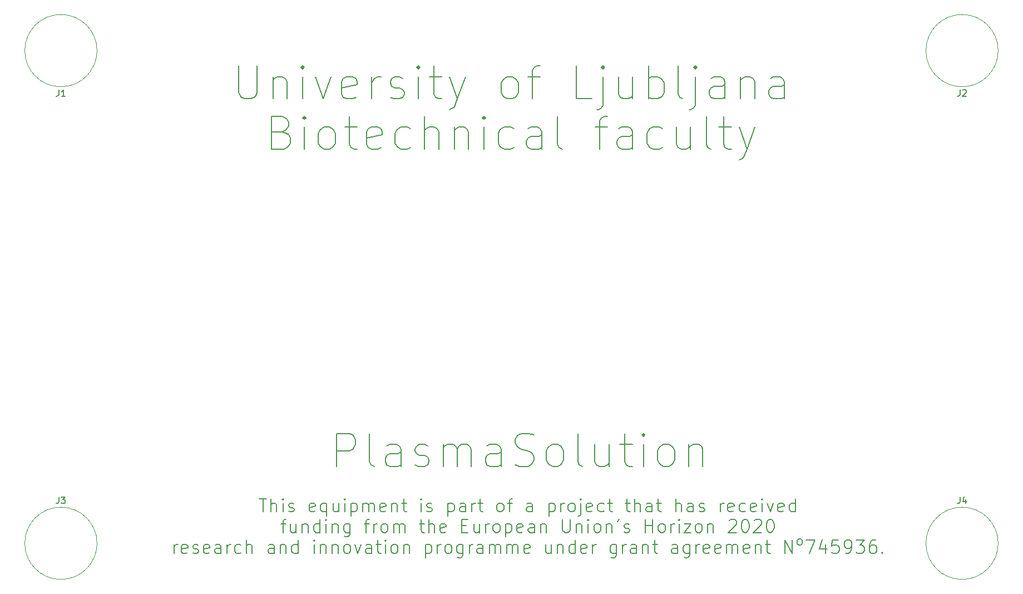
<source format=gbr>
G04 #@! TF.GenerationSoftware,KiCad,Pcbnew,(5.1.2)-1*
G04 #@! TF.CreationDate,2019-05-07T06:50:58+02:00*
G04 #@! TF.ProjectId,SBD electrode by JLCPCB,53424420-656c-4656-9374-726f64652062,rev?*
G04 #@! TF.SameCoordinates,Original*
G04 #@! TF.FileFunction,Legend,Top*
G04 #@! TF.FilePolarity,Positive*
%FSLAX46Y46*%
G04 Gerber Fmt 4.6, Leading zero omitted, Abs format (unit mm)*
G04 Created by KiCad (PCBNEW (5.1.2)-1) date 2019-05-07 06:50:58*
%MOMM*%
%LPD*%
G04 APERTURE LIST*
%ADD10C,0.150000*%
%ADD11C,0.120000*%
G04 APERTURE END LIST*
D10*
X99142857Y-111481904D02*
X99142857Y-106481904D01*
X101047619Y-106481904D01*
X101523809Y-106720000D01*
X101761904Y-106958095D01*
X102000000Y-107434285D01*
X102000000Y-108148571D01*
X101761904Y-108624761D01*
X101523809Y-108862857D01*
X101047619Y-109100952D01*
X99142857Y-109100952D01*
X104857142Y-111481904D02*
X104380952Y-111243809D01*
X104142857Y-110767619D01*
X104142857Y-106481904D01*
X108904761Y-111481904D02*
X108904761Y-108862857D01*
X108666666Y-108386666D01*
X108190476Y-108148571D01*
X107238095Y-108148571D01*
X106761904Y-108386666D01*
X108904761Y-111243809D02*
X108428571Y-111481904D01*
X107238095Y-111481904D01*
X106761904Y-111243809D01*
X106523809Y-110767619D01*
X106523809Y-110291428D01*
X106761904Y-109815238D01*
X107238095Y-109577142D01*
X108428571Y-109577142D01*
X108904761Y-109339047D01*
X111047619Y-111243809D02*
X111523809Y-111481904D01*
X112476190Y-111481904D01*
X112952380Y-111243809D01*
X113190476Y-110767619D01*
X113190476Y-110529523D01*
X112952380Y-110053333D01*
X112476190Y-109815238D01*
X111761904Y-109815238D01*
X111285714Y-109577142D01*
X111047619Y-109100952D01*
X111047619Y-108862857D01*
X111285714Y-108386666D01*
X111761904Y-108148571D01*
X112476190Y-108148571D01*
X112952380Y-108386666D01*
X115333333Y-111481904D02*
X115333333Y-108148571D01*
X115333333Y-108624761D02*
X115571428Y-108386666D01*
X116047619Y-108148571D01*
X116761904Y-108148571D01*
X117238095Y-108386666D01*
X117476190Y-108862857D01*
X117476190Y-111481904D01*
X117476190Y-108862857D02*
X117714285Y-108386666D01*
X118190476Y-108148571D01*
X118904761Y-108148571D01*
X119380952Y-108386666D01*
X119619047Y-108862857D01*
X119619047Y-111481904D01*
X124142857Y-111481904D02*
X124142857Y-108862857D01*
X123904761Y-108386666D01*
X123428571Y-108148571D01*
X122476190Y-108148571D01*
X122000000Y-108386666D01*
X124142857Y-111243809D02*
X123666666Y-111481904D01*
X122476190Y-111481904D01*
X122000000Y-111243809D01*
X121761904Y-110767619D01*
X121761904Y-110291428D01*
X122000000Y-109815238D01*
X122476190Y-109577142D01*
X123666666Y-109577142D01*
X124142857Y-109339047D01*
X126285714Y-111243809D02*
X127000000Y-111481904D01*
X128190476Y-111481904D01*
X128666666Y-111243809D01*
X128904761Y-111005714D01*
X129142857Y-110529523D01*
X129142857Y-110053333D01*
X128904761Y-109577142D01*
X128666666Y-109339047D01*
X128190476Y-109100952D01*
X127238095Y-108862857D01*
X126761904Y-108624761D01*
X126523809Y-108386666D01*
X126285714Y-107910476D01*
X126285714Y-107434285D01*
X126523809Y-106958095D01*
X126761904Y-106720000D01*
X127238095Y-106481904D01*
X128428571Y-106481904D01*
X129142857Y-106720000D01*
X132000000Y-111481904D02*
X131523809Y-111243809D01*
X131285714Y-111005714D01*
X131047619Y-110529523D01*
X131047619Y-109100952D01*
X131285714Y-108624761D01*
X131523809Y-108386666D01*
X132000000Y-108148571D01*
X132714285Y-108148571D01*
X133190476Y-108386666D01*
X133428571Y-108624761D01*
X133666666Y-109100952D01*
X133666666Y-110529523D01*
X133428571Y-111005714D01*
X133190476Y-111243809D01*
X132714285Y-111481904D01*
X132000000Y-111481904D01*
X136523809Y-111481904D02*
X136047619Y-111243809D01*
X135809523Y-110767619D01*
X135809523Y-106481904D01*
X140571428Y-108148571D02*
X140571428Y-111481904D01*
X138428571Y-108148571D02*
X138428571Y-110767619D01*
X138666666Y-111243809D01*
X139142857Y-111481904D01*
X139857142Y-111481904D01*
X140333333Y-111243809D01*
X140571428Y-111005714D01*
X142238095Y-108148571D02*
X144142857Y-108148571D01*
X142952380Y-106481904D02*
X142952380Y-110767619D01*
X143190476Y-111243809D01*
X143666666Y-111481904D01*
X144142857Y-111481904D01*
X145809523Y-111481904D02*
X145809523Y-108148571D01*
X145809523Y-106481904D02*
X145571428Y-106720000D01*
X145809523Y-106958095D01*
X146047619Y-106720000D01*
X145809523Y-106481904D01*
X145809523Y-106958095D01*
X148904761Y-111481904D02*
X148428571Y-111243809D01*
X148190476Y-111005714D01*
X147952380Y-110529523D01*
X147952380Y-109100952D01*
X148190476Y-108624761D01*
X148428571Y-108386666D01*
X148904761Y-108148571D01*
X149619047Y-108148571D01*
X150095238Y-108386666D01*
X150333333Y-108624761D01*
X150571428Y-109100952D01*
X150571428Y-110529523D01*
X150333333Y-111005714D01*
X150095238Y-111243809D01*
X149619047Y-111481904D01*
X148904761Y-111481904D01*
X152714285Y-108148571D02*
X152714285Y-111481904D01*
X152714285Y-108624761D02*
X152952380Y-108386666D01*
X153428571Y-108148571D01*
X154142857Y-108148571D01*
X154619047Y-108386666D01*
X154857142Y-108862857D01*
X154857142Y-111481904D01*
X87317619Y-116404761D02*
X88460476Y-116404761D01*
X87889047Y-118404761D02*
X87889047Y-116404761D01*
X89127142Y-118404761D02*
X89127142Y-116404761D01*
X89984285Y-118404761D02*
X89984285Y-117357142D01*
X89889047Y-117166666D01*
X89698571Y-117071428D01*
X89412857Y-117071428D01*
X89222380Y-117166666D01*
X89127142Y-117261904D01*
X90936666Y-118404761D02*
X90936666Y-117071428D01*
X90936666Y-116404761D02*
X90841428Y-116500000D01*
X90936666Y-116595238D01*
X91031904Y-116500000D01*
X90936666Y-116404761D01*
X90936666Y-116595238D01*
X91793809Y-118309523D02*
X91984285Y-118404761D01*
X92365238Y-118404761D01*
X92555714Y-118309523D01*
X92650952Y-118119047D01*
X92650952Y-118023809D01*
X92555714Y-117833333D01*
X92365238Y-117738095D01*
X92079523Y-117738095D01*
X91889047Y-117642857D01*
X91793809Y-117452380D01*
X91793809Y-117357142D01*
X91889047Y-117166666D01*
X92079523Y-117071428D01*
X92365238Y-117071428D01*
X92555714Y-117166666D01*
X95793809Y-118309523D02*
X95603333Y-118404761D01*
X95222380Y-118404761D01*
X95031904Y-118309523D01*
X94936666Y-118119047D01*
X94936666Y-117357142D01*
X95031904Y-117166666D01*
X95222380Y-117071428D01*
X95603333Y-117071428D01*
X95793809Y-117166666D01*
X95889047Y-117357142D01*
X95889047Y-117547619D01*
X94936666Y-117738095D01*
X97603333Y-117071428D02*
X97603333Y-119071428D01*
X97603333Y-118309523D02*
X97412857Y-118404761D01*
X97031904Y-118404761D01*
X96841428Y-118309523D01*
X96746190Y-118214285D01*
X96650952Y-118023809D01*
X96650952Y-117452380D01*
X96746190Y-117261904D01*
X96841428Y-117166666D01*
X97031904Y-117071428D01*
X97412857Y-117071428D01*
X97603333Y-117166666D01*
X99412857Y-117071428D02*
X99412857Y-118404761D01*
X98555714Y-117071428D02*
X98555714Y-118119047D01*
X98650952Y-118309523D01*
X98841428Y-118404761D01*
X99127142Y-118404761D01*
X99317619Y-118309523D01*
X99412857Y-118214285D01*
X100365238Y-118404761D02*
X100365238Y-117071428D01*
X100365238Y-116404761D02*
X100270000Y-116500000D01*
X100365238Y-116595238D01*
X100460476Y-116500000D01*
X100365238Y-116404761D01*
X100365238Y-116595238D01*
X101317619Y-117071428D02*
X101317619Y-119071428D01*
X101317619Y-117166666D02*
X101508095Y-117071428D01*
X101889047Y-117071428D01*
X102079523Y-117166666D01*
X102174761Y-117261904D01*
X102270000Y-117452380D01*
X102270000Y-118023809D01*
X102174761Y-118214285D01*
X102079523Y-118309523D01*
X101889047Y-118404761D01*
X101508095Y-118404761D01*
X101317619Y-118309523D01*
X103127142Y-118404761D02*
X103127142Y-117071428D01*
X103127142Y-117261904D02*
X103222380Y-117166666D01*
X103412857Y-117071428D01*
X103698571Y-117071428D01*
X103889047Y-117166666D01*
X103984285Y-117357142D01*
X103984285Y-118404761D01*
X103984285Y-117357142D02*
X104079523Y-117166666D01*
X104270000Y-117071428D01*
X104555714Y-117071428D01*
X104746190Y-117166666D01*
X104841428Y-117357142D01*
X104841428Y-118404761D01*
X106555714Y-118309523D02*
X106365238Y-118404761D01*
X105984285Y-118404761D01*
X105793809Y-118309523D01*
X105698571Y-118119047D01*
X105698571Y-117357142D01*
X105793809Y-117166666D01*
X105984285Y-117071428D01*
X106365238Y-117071428D01*
X106555714Y-117166666D01*
X106650952Y-117357142D01*
X106650952Y-117547619D01*
X105698571Y-117738095D01*
X107508095Y-117071428D02*
X107508095Y-118404761D01*
X107508095Y-117261904D02*
X107603333Y-117166666D01*
X107793809Y-117071428D01*
X108079523Y-117071428D01*
X108270000Y-117166666D01*
X108365238Y-117357142D01*
X108365238Y-118404761D01*
X109031904Y-117071428D02*
X109793809Y-117071428D01*
X109317619Y-116404761D02*
X109317619Y-118119047D01*
X109412857Y-118309523D01*
X109603333Y-118404761D01*
X109793809Y-118404761D01*
X111984285Y-118404761D02*
X111984285Y-117071428D01*
X111984285Y-116404761D02*
X111889047Y-116500000D01*
X111984285Y-116595238D01*
X112079523Y-116500000D01*
X111984285Y-116404761D01*
X111984285Y-116595238D01*
X112841428Y-118309523D02*
X113031904Y-118404761D01*
X113412857Y-118404761D01*
X113603333Y-118309523D01*
X113698571Y-118119047D01*
X113698571Y-118023809D01*
X113603333Y-117833333D01*
X113412857Y-117738095D01*
X113127142Y-117738095D01*
X112936666Y-117642857D01*
X112841428Y-117452380D01*
X112841428Y-117357142D01*
X112936666Y-117166666D01*
X113127142Y-117071428D01*
X113412857Y-117071428D01*
X113603333Y-117166666D01*
X116079523Y-117071428D02*
X116079523Y-119071428D01*
X116079523Y-117166666D02*
X116269999Y-117071428D01*
X116650952Y-117071428D01*
X116841428Y-117166666D01*
X116936666Y-117261904D01*
X117031904Y-117452380D01*
X117031904Y-118023809D01*
X116936666Y-118214285D01*
X116841428Y-118309523D01*
X116650952Y-118404761D01*
X116269999Y-118404761D01*
X116079523Y-118309523D01*
X118746190Y-118404761D02*
X118746190Y-117357142D01*
X118650952Y-117166666D01*
X118460476Y-117071428D01*
X118079523Y-117071428D01*
X117889047Y-117166666D01*
X118746190Y-118309523D02*
X118555714Y-118404761D01*
X118079523Y-118404761D01*
X117889047Y-118309523D01*
X117793809Y-118119047D01*
X117793809Y-117928571D01*
X117889047Y-117738095D01*
X118079523Y-117642857D01*
X118555714Y-117642857D01*
X118746190Y-117547619D01*
X119698571Y-118404761D02*
X119698571Y-117071428D01*
X119698571Y-117452380D02*
X119793809Y-117261904D01*
X119889047Y-117166666D01*
X120079523Y-117071428D01*
X120269999Y-117071428D01*
X120650952Y-117071428D02*
X121412857Y-117071428D01*
X120936666Y-116404761D02*
X120936666Y-118119047D01*
X121031904Y-118309523D01*
X121222380Y-118404761D01*
X121412857Y-118404761D01*
X123889047Y-118404761D02*
X123698571Y-118309523D01*
X123603333Y-118214285D01*
X123508095Y-118023809D01*
X123508095Y-117452380D01*
X123603333Y-117261904D01*
X123698571Y-117166666D01*
X123889047Y-117071428D01*
X124174761Y-117071428D01*
X124365238Y-117166666D01*
X124460476Y-117261904D01*
X124555714Y-117452380D01*
X124555714Y-118023809D01*
X124460476Y-118214285D01*
X124365238Y-118309523D01*
X124174761Y-118404761D01*
X123889047Y-118404761D01*
X125127142Y-117071428D02*
X125889047Y-117071428D01*
X125412857Y-118404761D02*
X125412857Y-116690476D01*
X125508095Y-116500000D01*
X125698571Y-116404761D01*
X125889047Y-116404761D01*
X128936666Y-118404761D02*
X128936666Y-117357142D01*
X128841428Y-117166666D01*
X128650952Y-117071428D01*
X128269999Y-117071428D01*
X128079523Y-117166666D01*
X128936666Y-118309523D02*
X128746190Y-118404761D01*
X128269999Y-118404761D01*
X128079523Y-118309523D01*
X127984285Y-118119047D01*
X127984285Y-117928571D01*
X128079523Y-117738095D01*
X128269999Y-117642857D01*
X128746190Y-117642857D01*
X128936666Y-117547619D01*
X131412857Y-117071428D02*
X131412857Y-119071428D01*
X131412857Y-117166666D02*
X131603333Y-117071428D01*
X131984285Y-117071428D01*
X132174761Y-117166666D01*
X132269999Y-117261904D01*
X132365238Y-117452380D01*
X132365238Y-118023809D01*
X132269999Y-118214285D01*
X132174761Y-118309523D01*
X131984285Y-118404761D01*
X131603333Y-118404761D01*
X131412857Y-118309523D01*
X133222380Y-118404761D02*
X133222380Y-117071428D01*
X133222380Y-117452380D02*
X133317619Y-117261904D01*
X133412857Y-117166666D01*
X133603333Y-117071428D01*
X133793809Y-117071428D01*
X134746190Y-118404761D02*
X134555714Y-118309523D01*
X134460476Y-118214285D01*
X134365238Y-118023809D01*
X134365238Y-117452380D01*
X134460476Y-117261904D01*
X134555714Y-117166666D01*
X134746190Y-117071428D01*
X135031904Y-117071428D01*
X135222380Y-117166666D01*
X135317619Y-117261904D01*
X135412857Y-117452380D01*
X135412857Y-118023809D01*
X135317619Y-118214285D01*
X135222380Y-118309523D01*
X135031904Y-118404761D01*
X134746190Y-118404761D01*
X136269999Y-117071428D02*
X136269999Y-118785714D01*
X136174761Y-118976190D01*
X135984285Y-119071428D01*
X135889047Y-119071428D01*
X136269999Y-116404761D02*
X136174761Y-116500000D01*
X136269999Y-116595238D01*
X136365238Y-116500000D01*
X136269999Y-116404761D01*
X136269999Y-116595238D01*
X137984285Y-118309523D02*
X137793809Y-118404761D01*
X137412857Y-118404761D01*
X137222380Y-118309523D01*
X137127142Y-118119047D01*
X137127142Y-117357142D01*
X137222380Y-117166666D01*
X137412857Y-117071428D01*
X137793809Y-117071428D01*
X137984285Y-117166666D01*
X138079523Y-117357142D01*
X138079523Y-117547619D01*
X137127142Y-117738095D01*
X139793809Y-118309523D02*
X139603333Y-118404761D01*
X139222380Y-118404761D01*
X139031904Y-118309523D01*
X138936666Y-118214285D01*
X138841428Y-118023809D01*
X138841428Y-117452380D01*
X138936666Y-117261904D01*
X139031904Y-117166666D01*
X139222380Y-117071428D01*
X139603333Y-117071428D01*
X139793809Y-117166666D01*
X140365238Y-117071428D02*
X141127142Y-117071428D01*
X140650952Y-116404761D02*
X140650952Y-118119047D01*
X140746190Y-118309523D01*
X140936666Y-118404761D01*
X141127142Y-118404761D01*
X143031904Y-117071428D02*
X143793809Y-117071428D01*
X143317619Y-116404761D02*
X143317619Y-118119047D01*
X143412857Y-118309523D01*
X143603333Y-118404761D01*
X143793809Y-118404761D01*
X144460476Y-118404761D02*
X144460476Y-116404761D01*
X145317619Y-118404761D02*
X145317619Y-117357142D01*
X145222380Y-117166666D01*
X145031904Y-117071428D01*
X144746190Y-117071428D01*
X144555714Y-117166666D01*
X144460476Y-117261904D01*
X147127142Y-118404761D02*
X147127142Y-117357142D01*
X147031904Y-117166666D01*
X146841428Y-117071428D01*
X146460476Y-117071428D01*
X146269999Y-117166666D01*
X147127142Y-118309523D02*
X146936666Y-118404761D01*
X146460476Y-118404761D01*
X146269999Y-118309523D01*
X146174761Y-118119047D01*
X146174761Y-117928571D01*
X146269999Y-117738095D01*
X146460476Y-117642857D01*
X146936666Y-117642857D01*
X147127142Y-117547619D01*
X147793809Y-117071428D02*
X148555714Y-117071428D01*
X148079523Y-116404761D02*
X148079523Y-118119047D01*
X148174761Y-118309523D01*
X148365238Y-118404761D01*
X148555714Y-118404761D01*
X150746190Y-118404761D02*
X150746190Y-116404761D01*
X151603333Y-118404761D02*
X151603333Y-117357142D01*
X151508095Y-117166666D01*
X151317619Y-117071428D01*
X151031904Y-117071428D01*
X150841428Y-117166666D01*
X150746190Y-117261904D01*
X153412857Y-118404761D02*
X153412857Y-117357142D01*
X153317619Y-117166666D01*
X153127142Y-117071428D01*
X152746190Y-117071428D01*
X152555714Y-117166666D01*
X153412857Y-118309523D02*
X153222380Y-118404761D01*
X152746190Y-118404761D01*
X152555714Y-118309523D01*
X152460476Y-118119047D01*
X152460476Y-117928571D01*
X152555714Y-117738095D01*
X152746190Y-117642857D01*
X153222380Y-117642857D01*
X153412857Y-117547619D01*
X154269999Y-118309523D02*
X154460476Y-118404761D01*
X154841428Y-118404761D01*
X155031904Y-118309523D01*
X155127142Y-118119047D01*
X155127142Y-118023809D01*
X155031904Y-117833333D01*
X154841428Y-117738095D01*
X154555714Y-117738095D01*
X154365238Y-117642857D01*
X154269999Y-117452380D01*
X154269999Y-117357142D01*
X154365238Y-117166666D01*
X154555714Y-117071428D01*
X154841428Y-117071428D01*
X155031904Y-117166666D01*
X157508095Y-118404761D02*
X157508095Y-117071428D01*
X157508095Y-117452380D02*
X157603333Y-117261904D01*
X157698571Y-117166666D01*
X157889047Y-117071428D01*
X158079523Y-117071428D01*
X159508095Y-118309523D02*
X159317619Y-118404761D01*
X158936666Y-118404761D01*
X158746190Y-118309523D01*
X158650952Y-118119047D01*
X158650952Y-117357142D01*
X158746190Y-117166666D01*
X158936666Y-117071428D01*
X159317619Y-117071428D01*
X159508095Y-117166666D01*
X159603333Y-117357142D01*
X159603333Y-117547619D01*
X158650952Y-117738095D01*
X161317619Y-118309523D02*
X161127142Y-118404761D01*
X160746190Y-118404761D01*
X160555714Y-118309523D01*
X160460476Y-118214285D01*
X160365238Y-118023809D01*
X160365238Y-117452380D01*
X160460476Y-117261904D01*
X160555714Y-117166666D01*
X160746190Y-117071428D01*
X161127142Y-117071428D01*
X161317619Y-117166666D01*
X162936666Y-118309523D02*
X162746190Y-118404761D01*
X162365238Y-118404761D01*
X162174761Y-118309523D01*
X162079523Y-118119047D01*
X162079523Y-117357142D01*
X162174761Y-117166666D01*
X162365238Y-117071428D01*
X162746190Y-117071428D01*
X162936666Y-117166666D01*
X163031904Y-117357142D01*
X163031904Y-117547619D01*
X162079523Y-117738095D01*
X163889047Y-118404761D02*
X163889047Y-117071428D01*
X163889047Y-116404761D02*
X163793809Y-116500000D01*
X163889047Y-116595238D01*
X163984285Y-116500000D01*
X163889047Y-116404761D01*
X163889047Y-116595238D01*
X164650952Y-117071428D02*
X165127142Y-118404761D01*
X165603333Y-117071428D01*
X167127142Y-118309523D02*
X166936666Y-118404761D01*
X166555714Y-118404761D01*
X166365238Y-118309523D01*
X166269999Y-118119047D01*
X166269999Y-117357142D01*
X166365238Y-117166666D01*
X166555714Y-117071428D01*
X166936666Y-117071428D01*
X167127142Y-117166666D01*
X167222380Y-117357142D01*
X167222380Y-117547619D01*
X166269999Y-117738095D01*
X168936666Y-118404761D02*
X168936666Y-116404761D01*
X168936666Y-118309523D02*
X168746190Y-118404761D01*
X168365238Y-118404761D01*
X168174761Y-118309523D01*
X168079523Y-118214285D01*
X167984285Y-118023809D01*
X167984285Y-117452380D01*
X168079523Y-117261904D01*
X168174761Y-117166666D01*
X168365238Y-117071428D01*
X168746190Y-117071428D01*
X168936666Y-117166666D01*
X90650952Y-120221428D02*
X91412857Y-120221428D01*
X90936666Y-121554761D02*
X90936666Y-119840476D01*
X91031904Y-119650000D01*
X91222380Y-119554761D01*
X91412857Y-119554761D01*
X92936666Y-120221428D02*
X92936666Y-121554761D01*
X92079523Y-120221428D02*
X92079523Y-121269047D01*
X92174761Y-121459523D01*
X92365238Y-121554761D01*
X92650952Y-121554761D01*
X92841428Y-121459523D01*
X92936666Y-121364285D01*
X93889047Y-120221428D02*
X93889047Y-121554761D01*
X93889047Y-120411904D02*
X93984285Y-120316666D01*
X94174761Y-120221428D01*
X94460476Y-120221428D01*
X94650952Y-120316666D01*
X94746190Y-120507142D01*
X94746190Y-121554761D01*
X96555714Y-121554761D02*
X96555714Y-119554761D01*
X96555714Y-121459523D02*
X96365238Y-121554761D01*
X95984285Y-121554761D01*
X95793809Y-121459523D01*
X95698571Y-121364285D01*
X95603333Y-121173809D01*
X95603333Y-120602380D01*
X95698571Y-120411904D01*
X95793809Y-120316666D01*
X95984285Y-120221428D01*
X96365238Y-120221428D01*
X96555714Y-120316666D01*
X97508095Y-121554761D02*
X97508095Y-120221428D01*
X97508095Y-119554761D02*
X97412857Y-119650000D01*
X97508095Y-119745238D01*
X97603333Y-119650000D01*
X97508095Y-119554761D01*
X97508095Y-119745238D01*
X98460476Y-120221428D02*
X98460476Y-121554761D01*
X98460476Y-120411904D02*
X98555714Y-120316666D01*
X98746190Y-120221428D01*
X99031904Y-120221428D01*
X99222380Y-120316666D01*
X99317619Y-120507142D01*
X99317619Y-121554761D01*
X101127142Y-120221428D02*
X101127142Y-121840476D01*
X101031904Y-122030952D01*
X100936666Y-122126190D01*
X100746190Y-122221428D01*
X100460476Y-122221428D01*
X100270000Y-122126190D01*
X101127142Y-121459523D02*
X100936666Y-121554761D01*
X100555714Y-121554761D01*
X100365238Y-121459523D01*
X100270000Y-121364285D01*
X100174761Y-121173809D01*
X100174761Y-120602380D01*
X100270000Y-120411904D01*
X100365238Y-120316666D01*
X100555714Y-120221428D01*
X100936666Y-120221428D01*
X101127142Y-120316666D01*
X103317619Y-120221428D02*
X104079523Y-120221428D01*
X103603333Y-121554761D02*
X103603333Y-119840476D01*
X103698571Y-119650000D01*
X103889047Y-119554761D01*
X104079523Y-119554761D01*
X104746190Y-121554761D02*
X104746190Y-120221428D01*
X104746190Y-120602380D02*
X104841428Y-120411904D01*
X104936666Y-120316666D01*
X105127142Y-120221428D01*
X105317619Y-120221428D01*
X106270000Y-121554761D02*
X106079523Y-121459523D01*
X105984285Y-121364285D01*
X105889047Y-121173809D01*
X105889047Y-120602380D01*
X105984285Y-120411904D01*
X106079523Y-120316666D01*
X106270000Y-120221428D01*
X106555714Y-120221428D01*
X106746190Y-120316666D01*
X106841428Y-120411904D01*
X106936666Y-120602380D01*
X106936666Y-121173809D01*
X106841428Y-121364285D01*
X106746190Y-121459523D01*
X106555714Y-121554761D01*
X106270000Y-121554761D01*
X107793809Y-121554761D02*
X107793809Y-120221428D01*
X107793809Y-120411904D02*
X107889047Y-120316666D01*
X108079523Y-120221428D01*
X108365238Y-120221428D01*
X108555714Y-120316666D01*
X108650952Y-120507142D01*
X108650952Y-121554761D01*
X108650952Y-120507142D02*
X108746190Y-120316666D01*
X108936666Y-120221428D01*
X109222380Y-120221428D01*
X109412857Y-120316666D01*
X109508095Y-120507142D01*
X109508095Y-121554761D01*
X111698571Y-120221428D02*
X112460476Y-120221428D01*
X111984285Y-119554761D02*
X111984285Y-121269047D01*
X112079523Y-121459523D01*
X112270000Y-121554761D01*
X112460476Y-121554761D01*
X113127142Y-121554761D02*
X113127142Y-119554761D01*
X113984285Y-121554761D02*
X113984285Y-120507142D01*
X113889047Y-120316666D01*
X113698571Y-120221428D01*
X113412857Y-120221428D01*
X113222380Y-120316666D01*
X113127142Y-120411904D01*
X115698571Y-121459523D02*
X115508095Y-121554761D01*
X115127142Y-121554761D01*
X114936666Y-121459523D01*
X114841428Y-121269047D01*
X114841428Y-120507142D01*
X114936666Y-120316666D01*
X115127142Y-120221428D01*
X115508095Y-120221428D01*
X115698571Y-120316666D01*
X115793809Y-120507142D01*
X115793809Y-120697619D01*
X114841428Y-120888095D01*
X118174761Y-120507142D02*
X118841428Y-120507142D01*
X119127142Y-121554761D02*
X118174761Y-121554761D01*
X118174761Y-119554761D01*
X119127142Y-119554761D01*
X120841428Y-120221428D02*
X120841428Y-121554761D01*
X119984285Y-120221428D02*
X119984285Y-121269047D01*
X120079523Y-121459523D01*
X120270000Y-121554761D01*
X120555714Y-121554761D01*
X120746190Y-121459523D01*
X120841428Y-121364285D01*
X121793809Y-121554761D02*
X121793809Y-120221428D01*
X121793809Y-120602380D02*
X121889047Y-120411904D01*
X121984285Y-120316666D01*
X122174761Y-120221428D01*
X122365238Y-120221428D01*
X123317619Y-121554761D02*
X123127142Y-121459523D01*
X123031904Y-121364285D01*
X122936666Y-121173809D01*
X122936666Y-120602380D01*
X123031904Y-120411904D01*
X123127142Y-120316666D01*
X123317619Y-120221428D01*
X123603333Y-120221428D01*
X123793809Y-120316666D01*
X123889047Y-120411904D01*
X123984285Y-120602380D01*
X123984285Y-121173809D01*
X123889047Y-121364285D01*
X123793809Y-121459523D01*
X123603333Y-121554761D01*
X123317619Y-121554761D01*
X124841428Y-120221428D02*
X124841428Y-122221428D01*
X124841428Y-120316666D02*
X125031904Y-120221428D01*
X125412857Y-120221428D01*
X125603333Y-120316666D01*
X125698571Y-120411904D01*
X125793809Y-120602380D01*
X125793809Y-121173809D01*
X125698571Y-121364285D01*
X125603333Y-121459523D01*
X125412857Y-121554761D01*
X125031904Y-121554761D01*
X124841428Y-121459523D01*
X127412857Y-121459523D02*
X127222380Y-121554761D01*
X126841428Y-121554761D01*
X126650952Y-121459523D01*
X126555714Y-121269047D01*
X126555714Y-120507142D01*
X126650952Y-120316666D01*
X126841428Y-120221428D01*
X127222380Y-120221428D01*
X127412857Y-120316666D01*
X127508095Y-120507142D01*
X127508095Y-120697619D01*
X126555714Y-120888095D01*
X129222380Y-121554761D02*
X129222380Y-120507142D01*
X129127142Y-120316666D01*
X128936666Y-120221428D01*
X128555714Y-120221428D01*
X128365238Y-120316666D01*
X129222380Y-121459523D02*
X129031904Y-121554761D01*
X128555714Y-121554761D01*
X128365238Y-121459523D01*
X128270000Y-121269047D01*
X128270000Y-121078571D01*
X128365238Y-120888095D01*
X128555714Y-120792857D01*
X129031904Y-120792857D01*
X129222380Y-120697619D01*
X130174761Y-120221428D02*
X130174761Y-121554761D01*
X130174761Y-120411904D02*
X130270000Y-120316666D01*
X130460476Y-120221428D01*
X130746190Y-120221428D01*
X130936666Y-120316666D01*
X131031904Y-120507142D01*
X131031904Y-121554761D01*
X133508095Y-119554761D02*
X133508095Y-121173809D01*
X133603333Y-121364285D01*
X133698571Y-121459523D01*
X133889047Y-121554761D01*
X134270000Y-121554761D01*
X134460476Y-121459523D01*
X134555714Y-121364285D01*
X134650952Y-121173809D01*
X134650952Y-119554761D01*
X135603333Y-120221428D02*
X135603333Y-121554761D01*
X135603333Y-120411904D02*
X135698571Y-120316666D01*
X135889047Y-120221428D01*
X136174761Y-120221428D01*
X136365238Y-120316666D01*
X136460476Y-120507142D01*
X136460476Y-121554761D01*
X137412857Y-121554761D02*
X137412857Y-120221428D01*
X137412857Y-119554761D02*
X137317619Y-119650000D01*
X137412857Y-119745238D01*
X137508095Y-119650000D01*
X137412857Y-119554761D01*
X137412857Y-119745238D01*
X138650952Y-121554761D02*
X138460476Y-121459523D01*
X138365238Y-121364285D01*
X138270000Y-121173809D01*
X138270000Y-120602380D01*
X138365238Y-120411904D01*
X138460476Y-120316666D01*
X138650952Y-120221428D01*
X138936666Y-120221428D01*
X139127142Y-120316666D01*
X139222380Y-120411904D01*
X139317619Y-120602380D01*
X139317619Y-121173809D01*
X139222380Y-121364285D01*
X139127142Y-121459523D01*
X138936666Y-121554761D01*
X138650952Y-121554761D01*
X140174761Y-120221428D02*
X140174761Y-121554761D01*
X140174761Y-120411904D02*
X140270000Y-120316666D01*
X140460476Y-120221428D01*
X140746190Y-120221428D01*
X140936666Y-120316666D01*
X141031904Y-120507142D01*
X141031904Y-121554761D01*
X142079523Y-119554761D02*
X141889047Y-119935714D01*
X142841428Y-121459523D02*
X143031904Y-121554761D01*
X143412857Y-121554761D01*
X143603333Y-121459523D01*
X143698571Y-121269047D01*
X143698571Y-121173809D01*
X143603333Y-120983333D01*
X143412857Y-120888095D01*
X143127142Y-120888095D01*
X142936666Y-120792857D01*
X142841428Y-120602380D01*
X142841428Y-120507142D01*
X142936666Y-120316666D01*
X143127142Y-120221428D01*
X143412857Y-120221428D01*
X143603333Y-120316666D01*
X146079523Y-121554761D02*
X146079523Y-119554761D01*
X146079523Y-120507142D02*
X147222380Y-120507142D01*
X147222380Y-121554761D02*
X147222380Y-119554761D01*
X148460476Y-121554761D02*
X148270000Y-121459523D01*
X148174761Y-121364285D01*
X148079523Y-121173809D01*
X148079523Y-120602380D01*
X148174761Y-120411904D01*
X148270000Y-120316666D01*
X148460476Y-120221428D01*
X148746190Y-120221428D01*
X148936666Y-120316666D01*
X149031904Y-120411904D01*
X149127142Y-120602380D01*
X149127142Y-121173809D01*
X149031904Y-121364285D01*
X148936666Y-121459523D01*
X148746190Y-121554761D01*
X148460476Y-121554761D01*
X149984285Y-121554761D02*
X149984285Y-120221428D01*
X149984285Y-120602380D02*
X150079523Y-120411904D01*
X150174761Y-120316666D01*
X150365238Y-120221428D01*
X150555714Y-120221428D01*
X151222380Y-121554761D02*
X151222380Y-120221428D01*
X151222380Y-119554761D02*
X151127142Y-119650000D01*
X151222380Y-119745238D01*
X151317619Y-119650000D01*
X151222380Y-119554761D01*
X151222380Y-119745238D01*
X151984285Y-120221428D02*
X153031904Y-120221428D01*
X151984285Y-121554761D01*
X153031904Y-121554761D01*
X154079523Y-121554761D02*
X153889047Y-121459523D01*
X153793809Y-121364285D01*
X153698571Y-121173809D01*
X153698571Y-120602380D01*
X153793809Y-120411904D01*
X153889047Y-120316666D01*
X154079523Y-120221428D01*
X154365238Y-120221428D01*
X154555714Y-120316666D01*
X154650952Y-120411904D01*
X154746190Y-120602380D01*
X154746190Y-121173809D01*
X154650952Y-121364285D01*
X154555714Y-121459523D01*
X154365238Y-121554761D01*
X154079523Y-121554761D01*
X155603333Y-120221428D02*
X155603333Y-121554761D01*
X155603333Y-120411904D02*
X155698571Y-120316666D01*
X155889047Y-120221428D01*
X156174761Y-120221428D01*
X156365238Y-120316666D01*
X156460476Y-120507142D01*
X156460476Y-121554761D01*
X158841428Y-119745238D02*
X158936666Y-119650000D01*
X159127142Y-119554761D01*
X159603333Y-119554761D01*
X159793809Y-119650000D01*
X159889047Y-119745238D01*
X159984285Y-119935714D01*
X159984285Y-120126190D01*
X159889047Y-120411904D01*
X158746190Y-121554761D01*
X159984285Y-121554761D01*
X161222380Y-119554761D02*
X161412857Y-119554761D01*
X161603333Y-119650000D01*
X161698571Y-119745238D01*
X161793809Y-119935714D01*
X161889047Y-120316666D01*
X161889047Y-120792857D01*
X161793809Y-121173809D01*
X161698571Y-121364285D01*
X161603333Y-121459523D01*
X161412857Y-121554761D01*
X161222380Y-121554761D01*
X161031904Y-121459523D01*
X160936666Y-121364285D01*
X160841428Y-121173809D01*
X160746190Y-120792857D01*
X160746190Y-120316666D01*
X160841428Y-119935714D01*
X160936666Y-119745238D01*
X161031904Y-119650000D01*
X161222380Y-119554761D01*
X162650952Y-119745238D02*
X162746190Y-119650000D01*
X162936666Y-119554761D01*
X163412857Y-119554761D01*
X163603333Y-119650000D01*
X163698571Y-119745238D01*
X163793809Y-119935714D01*
X163793809Y-120126190D01*
X163698571Y-120411904D01*
X162555714Y-121554761D01*
X163793809Y-121554761D01*
X165031904Y-119554761D02*
X165222380Y-119554761D01*
X165412857Y-119650000D01*
X165508095Y-119745238D01*
X165603333Y-119935714D01*
X165698571Y-120316666D01*
X165698571Y-120792857D01*
X165603333Y-121173809D01*
X165508095Y-121364285D01*
X165412857Y-121459523D01*
X165222380Y-121554761D01*
X165031904Y-121554761D01*
X164841428Y-121459523D01*
X164746190Y-121364285D01*
X164650952Y-121173809D01*
X164555714Y-120792857D01*
X164555714Y-120316666D01*
X164650952Y-119935714D01*
X164746190Y-119745238D01*
X164841428Y-119650000D01*
X165031904Y-119554761D01*
X74365238Y-124704761D02*
X74365238Y-123371428D01*
X74365238Y-123752380D02*
X74460476Y-123561904D01*
X74555714Y-123466666D01*
X74746190Y-123371428D01*
X74936666Y-123371428D01*
X76365238Y-124609523D02*
X76174761Y-124704761D01*
X75793809Y-124704761D01*
X75603333Y-124609523D01*
X75508095Y-124419047D01*
X75508095Y-123657142D01*
X75603333Y-123466666D01*
X75793809Y-123371428D01*
X76174761Y-123371428D01*
X76365238Y-123466666D01*
X76460476Y-123657142D01*
X76460476Y-123847619D01*
X75508095Y-124038095D01*
X77222380Y-124609523D02*
X77412857Y-124704761D01*
X77793809Y-124704761D01*
X77984285Y-124609523D01*
X78079523Y-124419047D01*
X78079523Y-124323809D01*
X77984285Y-124133333D01*
X77793809Y-124038095D01*
X77508095Y-124038095D01*
X77317619Y-123942857D01*
X77222380Y-123752380D01*
X77222380Y-123657142D01*
X77317619Y-123466666D01*
X77508095Y-123371428D01*
X77793809Y-123371428D01*
X77984285Y-123466666D01*
X79698571Y-124609523D02*
X79508095Y-124704761D01*
X79127142Y-124704761D01*
X78936666Y-124609523D01*
X78841428Y-124419047D01*
X78841428Y-123657142D01*
X78936666Y-123466666D01*
X79127142Y-123371428D01*
X79508095Y-123371428D01*
X79698571Y-123466666D01*
X79793809Y-123657142D01*
X79793809Y-123847619D01*
X78841428Y-124038095D01*
X81508095Y-124704761D02*
X81508095Y-123657142D01*
X81412857Y-123466666D01*
X81222380Y-123371428D01*
X80841428Y-123371428D01*
X80650952Y-123466666D01*
X81508095Y-124609523D02*
X81317619Y-124704761D01*
X80841428Y-124704761D01*
X80650952Y-124609523D01*
X80555714Y-124419047D01*
X80555714Y-124228571D01*
X80650952Y-124038095D01*
X80841428Y-123942857D01*
X81317619Y-123942857D01*
X81508095Y-123847619D01*
X82460476Y-124704761D02*
X82460476Y-123371428D01*
X82460476Y-123752380D02*
X82555714Y-123561904D01*
X82650952Y-123466666D01*
X82841428Y-123371428D01*
X83031904Y-123371428D01*
X84555714Y-124609523D02*
X84365238Y-124704761D01*
X83984285Y-124704761D01*
X83793809Y-124609523D01*
X83698571Y-124514285D01*
X83603333Y-124323809D01*
X83603333Y-123752380D01*
X83698571Y-123561904D01*
X83793809Y-123466666D01*
X83984285Y-123371428D01*
X84365238Y-123371428D01*
X84555714Y-123466666D01*
X85412857Y-124704761D02*
X85412857Y-122704761D01*
X86270000Y-124704761D02*
X86270000Y-123657142D01*
X86174761Y-123466666D01*
X85984285Y-123371428D01*
X85698571Y-123371428D01*
X85508095Y-123466666D01*
X85412857Y-123561904D01*
X89603333Y-124704761D02*
X89603333Y-123657142D01*
X89508095Y-123466666D01*
X89317619Y-123371428D01*
X88936666Y-123371428D01*
X88746190Y-123466666D01*
X89603333Y-124609523D02*
X89412857Y-124704761D01*
X88936666Y-124704761D01*
X88746190Y-124609523D01*
X88650952Y-124419047D01*
X88650952Y-124228571D01*
X88746190Y-124038095D01*
X88936666Y-123942857D01*
X89412857Y-123942857D01*
X89603333Y-123847619D01*
X90555714Y-123371428D02*
X90555714Y-124704761D01*
X90555714Y-123561904D02*
X90650952Y-123466666D01*
X90841428Y-123371428D01*
X91127142Y-123371428D01*
X91317619Y-123466666D01*
X91412857Y-123657142D01*
X91412857Y-124704761D01*
X93222380Y-124704761D02*
X93222380Y-122704761D01*
X93222380Y-124609523D02*
X93031904Y-124704761D01*
X92650952Y-124704761D01*
X92460476Y-124609523D01*
X92365238Y-124514285D01*
X92270000Y-124323809D01*
X92270000Y-123752380D01*
X92365238Y-123561904D01*
X92460476Y-123466666D01*
X92650952Y-123371428D01*
X93031904Y-123371428D01*
X93222380Y-123466666D01*
X95698571Y-124704761D02*
X95698571Y-123371428D01*
X95698571Y-122704761D02*
X95603333Y-122800000D01*
X95698571Y-122895238D01*
X95793809Y-122800000D01*
X95698571Y-122704761D01*
X95698571Y-122895238D01*
X96650952Y-123371428D02*
X96650952Y-124704761D01*
X96650952Y-123561904D02*
X96746190Y-123466666D01*
X96936666Y-123371428D01*
X97222380Y-123371428D01*
X97412857Y-123466666D01*
X97508095Y-123657142D01*
X97508095Y-124704761D01*
X98460476Y-123371428D02*
X98460476Y-124704761D01*
X98460476Y-123561904D02*
X98555714Y-123466666D01*
X98746190Y-123371428D01*
X99031904Y-123371428D01*
X99222380Y-123466666D01*
X99317619Y-123657142D01*
X99317619Y-124704761D01*
X100555714Y-124704761D02*
X100365238Y-124609523D01*
X100270000Y-124514285D01*
X100174761Y-124323809D01*
X100174761Y-123752380D01*
X100270000Y-123561904D01*
X100365238Y-123466666D01*
X100555714Y-123371428D01*
X100841428Y-123371428D01*
X101031904Y-123466666D01*
X101127142Y-123561904D01*
X101222380Y-123752380D01*
X101222380Y-124323809D01*
X101127142Y-124514285D01*
X101031904Y-124609523D01*
X100841428Y-124704761D01*
X100555714Y-124704761D01*
X101889047Y-123371428D02*
X102365238Y-124704761D01*
X102841428Y-123371428D01*
X104460476Y-124704761D02*
X104460476Y-123657142D01*
X104365238Y-123466666D01*
X104174761Y-123371428D01*
X103793809Y-123371428D01*
X103603333Y-123466666D01*
X104460476Y-124609523D02*
X104270000Y-124704761D01*
X103793809Y-124704761D01*
X103603333Y-124609523D01*
X103508095Y-124419047D01*
X103508095Y-124228571D01*
X103603333Y-124038095D01*
X103793809Y-123942857D01*
X104270000Y-123942857D01*
X104460476Y-123847619D01*
X105127142Y-123371428D02*
X105889047Y-123371428D01*
X105412857Y-122704761D02*
X105412857Y-124419047D01*
X105508095Y-124609523D01*
X105698571Y-124704761D01*
X105889047Y-124704761D01*
X106555714Y-124704761D02*
X106555714Y-123371428D01*
X106555714Y-122704761D02*
X106460476Y-122800000D01*
X106555714Y-122895238D01*
X106650952Y-122800000D01*
X106555714Y-122704761D01*
X106555714Y-122895238D01*
X107793809Y-124704761D02*
X107603333Y-124609523D01*
X107508095Y-124514285D01*
X107412857Y-124323809D01*
X107412857Y-123752380D01*
X107508095Y-123561904D01*
X107603333Y-123466666D01*
X107793809Y-123371428D01*
X108079523Y-123371428D01*
X108270000Y-123466666D01*
X108365238Y-123561904D01*
X108460476Y-123752380D01*
X108460476Y-124323809D01*
X108365238Y-124514285D01*
X108270000Y-124609523D01*
X108079523Y-124704761D01*
X107793809Y-124704761D01*
X109317619Y-123371428D02*
X109317619Y-124704761D01*
X109317619Y-123561904D02*
X109412857Y-123466666D01*
X109603333Y-123371428D01*
X109889047Y-123371428D01*
X110079523Y-123466666D01*
X110174761Y-123657142D01*
X110174761Y-124704761D01*
X112650952Y-123371428D02*
X112650952Y-125371428D01*
X112650952Y-123466666D02*
X112841428Y-123371428D01*
X113222380Y-123371428D01*
X113412857Y-123466666D01*
X113508095Y-123561904D01*
X113603333Y-123752380D01*
X113603333Y-124323809D01*
X113508095Y-124514285D01*
X113412857Y-124609523D01*
X113222380Y-124704761D01*
X112841428Y-124704761D01*
X112650952Y-124609523D01*
X114460476Y-124704761D02*
X114460476Y-123371428D01*
X114460476Y-123752380D02*
X114555714Y-123561904D01*
X114650952Y-123466666D01*
X114841428Y-123371428D01*
X115031904Y-123371428D01*
X115984285Y-124704761D02*
X115793809Y-124609523D01*
X115698571Y-124514285D01*
X115603333Y-124323809D01*
X115603333Y-123752380D01*
X115698571Y-123561904D01*
X115793809Y-123466666D01*
X115984285Y-123371428D01*
X116270000Y-123371428D01*
X116460476Y-123466666D01*
X116555714Y-123561904D01*
X116650952Y-123752380D01*
X116650952Y-124323809D01*
X116555714Y-124514285D01*
X116460476Y-124609523D01*
X116270000Y-124704761D01*
X115984285Y-124704761D01*
X118365238Y-123371428D02*
X118365238Y-124990476D01*
X118270000Y-125180952D01*
X118174761Y-125276190D01*
X117984285Y-125371428D01*
X117698571Y-125371428D01*
X117508095Y-125276190D01*
X118365238Y-124609523D02*
X118174761Y-124704761D01*
X117793809Y-124704761D01*
X117603333Y-124609523D01*
X117508095Y-124514285D01*
X117412857Y-124323809D01*
X117412857Y-123752380D01*
X117508095Y-123561904D01*
X117603333Y-123466666D01*
X117793809Y-123371428D01*
X118174761Y-123371428D01*
X118365238Y-123466666D01*
X119317619Y-124704761D02*
X119317619Y-123371428D01*
X119317619Y-123752380D02*
X119412857Y-123561904D01*
X119508095Y-123466666D01*
X119698571Y-123371428D01*
X119889047Y-123371428D01*
X121412857Y-124704761D02*
X121412857Y-123657142D01*
X121317619Y-123466666D01*
X121127142Y-123371428D01*
X120746190Y-123371428D01*
X120555714Y-123466666D01*
X121412857Y-124609523D02*
X121222380Y-124704761D01*
X120746190Y-124704761D01*
X120555714Y-124609523D01*
X120460476Y-124419047D01*
X120460476Y-124228571D01*
X120555714Y-124038095D01*
X120746190Y-123942857D01*
X121222380Y-123942857D01*
X121412857Y-123847619D01*
X122365238Y-124704761D02*
X122365238Y-123371428D01*
X122365238Y-123561904D02*
X122460476Y-123466666D01*
X122650952Y-123371428D01*
X122936666Y-123371428D01*
X123127142Y-123466666D01*
X123222380Y-123657142D01*
X123222380Y-124704761D01*
X123222380Y-123657142D02*
X123317619Y-123466666D01*
X123508095Y-123371428D01*
X123793809Y-123371428D01*
X123984285Y-123466666D01*
X124079523Y-123657142D01*
X124079523Y-124704761D01*
X125031904Y-124704761D02*
X125031904Y-123371428D01*
X125031904Y-123561904D02*
X125127142Y-123466666D01*
X125317619Y-123371428D01*
X125603333Y-123371428D01*
X125793809Y-123466666D01*
X125889047Y-123657142D01*
X125889047Y-124704761D01*
X125889047Y-123657142D02*
X125984285Y-123466666D01*
X126174761Y-123371428D01*
X126460476Y-123371428D01*
X126650952Y-123466666D01*
X126746190Y-123657142D01*
X126746190Y-124704761D01*
X128460476Y-124609523D02*
X128270000Y-124704761D01*
X127889047Y-124704761D01*
X127698571Y-124609523D01*
X127603333Y-124419047D01*
X127603333Y-123657142D01*
X127698571Y-123466666D01*
X127889047Y-123371428D01*
X128270000Y-123371428D01*
X128460476Y-123466666D01*
X128555714Y-123657142D01*
X128555714Y-123847619D01*
X127603333Y-124038095D01*
X131793809Y-123371428D02*
X131793809Y-124704761D01*
X130936666Y-123371428D02*
X130936666Y-124419047D01*
X131031904Y-124609523D01*
X131222380Y-124704761D01*
X131508095Y-124704761D01*
X131698571Y-124609523D01*
X131793809Y-124514285D01*
X132746190Y-123371428D02*
X132746190Y-124704761D01*
X132746190Y-123561904D02*
X132841428Y-123466666D01*
X133031904Y-123371428D01*
X133317619Y-123371428D01*
X133508095Y-123466666D01*
X133603333Y-123657142D01*
X133603333Y-124704761D01*
X135412857Y-124704761D02*
X135412857Y-122704761D01*
X135412857Y-124609523D02*
X135222380Y-124704761D01*
X134841428Y-124704761D01*
X134650952Y-124609523D01*
X134555714Y-124514285D01*
X134460476Y-124323809D01*
X134460476Y-123752380D01*
X134555714Y-123561904D01*
X134650952Y-123466666D01*
X134841428Y-123371428D01*
X135222380Y-123371428D01*
X135412857Y-123466666D01*
X137127142Y-124609523D02*
X136936666Y-124704761D01*
X136555714Y-124704761D01*
X136365238Y-124609523D01*
X136270000Y-124419047D01*
X136270000Y-123657142D01*
X136365238Y-123466666D01*
X136555714Y-123371428D01*
X136936666Y-123371428D01*
X137127142Y-123466666D01*
X137222380Y-123657142D01*
X137222380Y-123847619D01*
X136270000Y-124038095D01*
X138079523Y-124704761D02*
X138079523Y-123371428D01*
X138079523Y-123752380D02*
X138174761Y-123561904D01*
X138270000Y-123466666D01*
X138460476Y-123371428D01*
X138650952Y-123371428D01*
X141698571Y-123371428D02*
X141698571Y-124990476D01*
X141603333Y-125180952D01*
X141508095Y-125276190D01*
X141317619Y-125371428D01*
X141031904Y-125371428D01*
X140841428Y-125276190D01*
X141698571Y-124609523D02*
X141508095Y-124704761D01*
X141127142Y-124704761D01*
X140936666Y-124609523D01*
X140841428Y-124514285D01*
X140746190Y-124323809D01*
X140746190Y-123752380D01*
X140841428Y-123561904D01*
X140936666Y-123466666D01*
X141127142Y-123371428D01*
X141508095Y-123371428D01*
X141698571Y-123466666D01*
X142650952Y-124704761D02*
X142650952Y-123371428D01*
X142650952Y-123752380D02*
X142746190Y-123561904D01*
X142841428Y-123466666D01*
X143031904Y-123371428D01*
X143222380Y-123371428D01*
X144746190Y-124704761D02*
X144746190Y-123657142D01*
X144650952Y-123466666D01*
X144460476Y-123371428D01*
X144079523Y-123371428D01*
X143889047Y-123466666D01*
X144746190Y-124609523D02*
X144555714Y-124704761D01*
X144079523Y-124704761D01*
X143889047Y-124609523D01*
X143793809Y-124419047D01*
X143793809Y-124228571D01*
X143889047Y-124038095D01*
X144079523Y-123942857D01*
X144555714Y-123942857D01*
X144746190Y-123847619D01*
X145698571Y-123371428D02*
X145698571Y-124704761D01*
X145698571Y-123561904D02*
X145793809Y-123466666D01*
X145984285Y-123371428D01*
X146270000Y-123371428D01*
X146460476Y-123466666D01*
X146555714Y-123657142D01*
X146555714Y-124704761D01*
X147222380Y-123371428D02*
X147984285Y-123371428D01*
X147508095Y-122704761D02*
X147508095Y-124419047D01*
X147603333Y-124609523D01*
X147793809Y-124704761D01*
X147984285Y-124704761D01*
X151031904Y-124704761D02*
X151031904Y-123657142D01*
X150936666Y-123466666D01*
X150746190Y-123371428D01*
X150365238Y-123371428D01*
X150174761Y-123466666D01*
X151031904Y-124609523D02*
X150841428Y-124704761D01*
X150365238Y-124704761D01*
X150174761Y-124609523D01*
X150079523Y-124419047D01*
X150079523Y-124228571D01*
X150174761Y-124038095D01*
X150365238Y-123942857D01*
X150841428Y-123942857D01*
X151031904Y-123847619D01*
X152841428Y-123371428D02*
X152841428Y-124990476D01*
X152746190Y-125180952D01*
X152650952Y-125276190D01*
X152460476Y-125371428D01*
X152174761Y-125371428D01*
X151984285Y-125276190D01*
X152841428Y-124609523D02*
X152650952Y-124704761D01*
X152270000Y-124704761D01*
X152079523Y-124609523D01*
X151984285Y-124514285D01*
X151889047Y-124323809D01*
X151889047Y-123752380D01*
X151984285Y-123561904D01*
X152079523Y-123466666D01*
X152270000Y-123371428D01*
X152650952Y-123371428D01*
X152841428Y-123466666D01*
X153793809Y-124704761D02*
X153793809Y-123371428D01*
X153793809Y-123752380D02*
X153889047Y-123561904D01*
X153984285Y-123466666D01*
X154174761Y-123371428D01*
X154365238Y-123371428D01*
X155793809Y-124609523D02*
X155603333Y-124704761D01*
X155222380Y-124704761D01*
X155031904Y-124609523D01*
X154936666Y-124419047D01*
X154936666Y-123657142D01*
X155031904Y-123466666D01*
X155222380Y-123371428D01*
X155603333Y-123371428D01*
X155793809Y-123466666D01*
X155889047Y-123657142D01*
X155889047Y-123847619D01*
X154936666Y-124038095D01*
X157508095Y-124609523D02*
X157317619Y-124704761D01*
X156936666Y-124704761D01*
X156746190Y-124609523D01*
X156650952Y-124419047D01*
X156650952Y-123657142D01*
X156746190Y-123466666D01*
X156936666Y-123371428D01*
X157317619Y-123371428D01*
X157508095Y-123466666D01*
X157603333Y-123657142D01*
X157603333Y-123847619D01*
X156650952Y-124038095D01*
X158460476Y-124704761D02*
X158460476Y-123371428D01*
X158460476Y-123561904D02*
X158555714Y-123466666D01*
X158746190Y-123371428D01*
X159031904Y-123371428D01*
X159222380Y-123466666D01*
X159317619Y-123657142D01*
X159317619Y-124704761D01*
X159317619Y-123657142D02*
X159412857Y-123466666D01*
X159603333Y-123371428D01*
X159889047Y-123371428D01*
X160079523Y-123466666D01*
X160174761Y-123657142D01*
X160174761Y-124704761D01*
X161889047Y-124609523D02*
X161698571Y-124704761D01*
X161317619Y-124704761D01*
X161127142Y-124609523D01*
X161031904Y-124419047D01*
X161031904Y-123657142D01*
X161127142Y-123466666D01*
X161317619Y-123371428D01*
X161698571Y-123371428D01*
X161889047Y-123466666D01*
X161984285Y-123657142D01*
X161984285Y-123847619D01*
X161031904Y-124038095D01*
X162841428Y-123371428D02*
X162841428Y-124704761D01*
X162841428Y-123561904D02*
X162936666Y-123466666D01*
X163127142Y-123371428D01*
X163412857Y-123371428D01*
X163603333Y-123466666D01*
X163698571Y-123657142D01*
X163698571Y-124704761D01*
X164365238Y-123371428D02*
X165127142Y-123371428D01*
X164650952Y-122704761D02*
X164650952Y-124419047D01*
X164746190Y-124609523D01*
X164936666Y-124704761D01*
X165127142Y-124704761D01*
X167317619Y-124704761D02*
X167317619Y-122704761D01*
X168460476Y-124704761D01*
X168460476Y-122704761D01*
X169508095Y-123466666D02*
X169317619Y-123371428D01*
X169222380Y-123180952D01*
X169222380Y-122800000D01*
X169317619Y-122609523D01*
X169508095Y-122514285D01*
X169698571Y-122514285D01*
X169889047Y-122609523D01*
X169984285Y-122800000D01*
X169984285Y-123180952D01*
X169889047Y-123371428D01*
X169698571Y-123466666D01*
X169508095Y-123466666D01*
X170555714Y-122704761D02*
X171889047Y-122704761D01*
X171031904Y-124704761D01*
X173508095Y-123371428D02*
X173508095Y-124704761D01*
X173031904Y-122609523D02*
X172555714Y-124038095D01*
X173793809Y-124038095D01*
X175508095Y-122704761D02*
X174555714Y-122704761D01*
X174460476Y-123657142D01*
X174555714Y-123561904D01*
X174746190Y-123466666D01*
X175222380Y-123466666D01*
X175412857Y-123561904D01*
X175508095Y-123657142D01*
X175603333Y-123847619D01*
X175603333Y-124323809D01*
X175508095Y-124514285D01*
X175412857Y-124609523D01*
X175222380Y-124704761D01*
X174746190Y-124704761D01*
X174555714Y-124609523D01*
X174460476Y-124514285D01*
X176555714Y-124704761D02*
X176936666Y-124704761D01*
X177127142Y-124609523D01*
X177222380Y-124514285D01*
X177412857Y-124228571D01*
X177508095Y-123847619D01*
X177508095Y-123085714D01*
X177412857Y-122895238D01*
X177317619Y-122800000D01*
X177127142Y-122704761D01*
X176746190Y-122704761D01*
X176555714Y-122800000D01*
X176460476Y-122895238D01*
X176365238Y-123085714D01*
X176365238Y-123561904D01*
X176460476Y-123752380D01*
X176555714Y-123847619D01*
X176746190Y-123942857D01*
X177127142Y-123942857D01*
X177317619Y-123847619D01*
X177412857Y-123752380D01*
X177508095Y-123561904D01*
X178174761Y-122704761D02*
X179412857Y-122704761D01*
X178746190Y-123466666D01*
X179031904Y-123466666D01*
X179222380Y-123561904D01*
X179317619Y-123657142D01*
X179412857Y-123847619D01*
X179412857Y-124323809D01*
X179317619Y-124514285D01*
X179222380Y-124609523D01*
X179031904Y-124704761D01*
X178460476Y-124704761D01*
X178270000Y-124609523D01*
X178174761Y-124514285D01*
X181127142Y-122704761D02*
X180746190Y-122704761D01*
X180555714Y-122800000D01*
X180460476Y-122895238D01*
X180270000Y-123180952D01*
X180174761Y-123561904D01*
X180174761Y-124323809D01*
X180270000Y-124514285D01*
X180365238Y-124609523D01*
X180555714Y-124704761D01*
X180936666Y-124704761D01*
X181127142Y-124609523D01*
X181222380Y-124514285D01*
X181317619Y-124323809D01*
X181317619Y-123847619D01*
X181222380Y-123657142D01*
X181127142Y-123561904D01*
X180936666Y-123466666D01*
X180555714Y-123466666D01*
X180365238Y-123561904D01*
X180270000Y-123657142D01*
X180174761Y-123847619D01*
X182174761Y-124514285D02*
X182270000Y-124609523D01*
X182174761Y-124704761D01*
X182079523Y-124609523D01*
X182174761Y-124514285D01*
X182174761Y-124704761D01*
X84182380Y-50586904D02*
X84182380Y-54634523D01*
X84420476Y-55110714D01*
X84658571Y-55348809D01*
X85134761Y-55586904D01*
X86087142Y-55586904D01*
X86563333Y-55348809D01*
X86801428Y-55110714D01*
X87039523Y-54634523D01*
X87039523Y-50586904D01*
X89420476Y-52253571D02*
X89420476Y-55586904D01*
X89420476Y-52729761D02*
X89658571Y-52491666D01*
X90134761Y-52253571D01*
X90849047Y-52253571D01*
X91325238Y-52491666D01*
X91563333Y-52967857D01*
X91563333Y-55586904D01*
X93944285Y-55586904D02*
X93944285Y-52253571D01*
X93944285Y-50586904D02*
X93706190Y-50825000D01*
X93944285Y-51063095D01*
X94182380Y-50825000D01*
X93944285Y-50586904D01*
X93944285Y-51063095D01*
X95849047Y-52253571D02*
X97039523Y-55586904D01*
X98230000Y-52253571D01*
X102039523Y-55348809D02*
X101563333Y-55586904D01*
X100610952Y-55586904D01*
X100134761Y-55348809D01*
X99896666Y-54872619D01*
X99896666Y-52967857D01*
X100134761Y-52491666D01*
X100610952Y-52253571D01*
X101563333Y-52253571D01*
X102039523Y-52491666D01*
X102277619Y-52967857D01*
X102277619Y-53444047D01*
X99896666Y-53920238D01*
X104420476Y-55586904D02*
X104420476Y-52253571D01*
X104420476Y-53205952D02*
X104658571Y-52729761D01*
X104896666Y-52491666D01*
X105372857Y-52253571D01*
X105849047Y-52253571D01*
X107277619Y-55348809D02*
X107753809Y-55586904D01*
X108706190Y-55586904D01*
X109182380Y-55348809D01*
X109420476Y-54872619D01*
X109420476Y-54634523D01*
X109182380Y-54158333D01*
X108706190Y-53920238D01*
X107991904Y-53920238D01*
X107515714Y-53682142D01*
X107277619Y-53205952D01*
X107277619Y-52967857D01*
X107515714Y-52491666D01*
X107991904Y-52253571D01*
X108706190Y-52253571D01*
X109182380Y-52491666D01*
X111563333Y-55586904D02*
X111563333Y-52253571D01*
X111563333Y-50586904D02*
X111325238Y-50825000D01*
X111563333Y-51063095D01*
X111801428Y-50825000D01*
X111563333Y-50586904D01*
X111563333Y-51063095D01*
X113230000Y-52253571D02*
X115134761Y-52253571D01*
X113944285Y-50586904D02*
X113944285Y-54872619D01*
X114182380Y-55348809D01*
X114658571Y-55586904D01*
X115134761Y-55586904D01*
X116325238Y-52253571D02*
X117515714Y-55586904D01*
X118706190Y-52253571D02*
X117515714Y-55586904D01*
X117039523Y-56777380D01*
X116801428Y-57015476D01*
X116325238Y-57253571D01*
X125134761Y-55586904D02*
X124658571Y-55348809D01*
X124420476Y-55110714D01*
X124182380Y-54634523D01*
X124182380Y-53205952D01*
X124420476Y-52729761D01*
X124658571Y-52491666D01*
X125134761Y-52253571D01*
X125849047Y-52253571D01*
X126325238Y-52491666D01*
X126563333Y-52729761D01*
X126801428Y-53205952D01*
X126801428Y-54634523D01*
X126563333Y-55110714D01*
X126325238Y-55348809D01*
X125849047Y-55586904D01*
X125134761Y-55586904D01*
X128230000Y-52253571D02*
X130134761Y-52253571D01*
X128944285Y-55586904D02*
X128944285Y-51301190D01*
X129182380Y-50825000D01*
X129658571Y-50586904D01*
X130134761Y-50586904D01*
X137991904Y-55586904D02*
X135610952Y-55586904D01*
X135610952Y-50586904D01*
X139658571Y-52253571D02*
X139658571Y-56539285D01*
X139420476Y-57015476D01*
X138944285Y-57253571D01*
X138706190Y-57253571D01*
X139658571Y-50586904D02*
X139420476Y-50825000D01*
X139658571Y-51063095D01*
X139896666Y-50825000D01*
X139658571Y-50586904D01*
X139658571Y-51063095D01*
X144182380Y-52253571D02*
X144182380Y-55586904D01*
X142039523Y-52253571D02*
X142039523Y-54872619D01*
X142277619Y-55348809D01*
X142753809Y-55586904D01*
X143468095Y-55586904D01*
X143944285Y-55348809D01*
X144182380Y-55110714D01*
X146563333Y-55586904D02*
X146563333Y-50586904D01*
X146563333Y-52491666D02*
X147039523Y-52253571D01*
X147991904Y-52253571D01*
X148468095Y-52491666D01*
X148706190Y-52729761D01*
X148944285Y-53205952D01*
X148944285Y-54634523D01*
X148706190Y-55110714D01*
X148468095Y-55348809D01*
X147991904Y-55586904D01*
X147039523Y-55586904D01*
X146563333Y-55348809D01*
X151801428Y-55586904D02*
X151325238Y-55348809D01*
X151087142Y-54872619D01*
X151087142Y-50586904D01*
X153706190Y-52253571D02*
X153706190Y-56539285D01*
X153468095Y-57015476D01*
X152991904Y-57253571D01*
X152753809Y-57253571D01*
X153706190Y-50586904D02*
X153468095Y-50825000D01*
X153706190Y-51063095D01*
X153944285Y-50825000D01*
X153706190Y-50586904D01*
X153706190Y-51063095D01*
X158229999Y-55586904D02*
X158229999Y-52967857D01*
X157991904Y-52491666D01*
X157515714Y-52253571D01*
X156563333Y-52253571D01*
X156087142Y-52491666D01*
X158229999Y-55348809D02*
X157753809Y-55586904D01*
X156563333Y-55586904D01*
X156087142Y-55348809D01*
X155849047Y-54872619D01*
X155849047Y-54396428D01*
X156087142Y-53920238D01*
X156563333Y-53682142D01*
X157753809Y-53682142D01*
X158229999Y-53444047D01*
X160610952Y-52253571D02*
X160610952Y-55586904D01*
X160610952Y-52729761D02*
X160849047Y-52491666D01*
X161325238Y-52253571D01*
X162039523Y-52253571D01*
X162515714Y-52491666D01*
X162753809Y-52967857D01*
X162753809Y-55586904D01*
X167277619Y-55586904D02*
X167277619Y-52967857D01*
X167039523Y-52491666D01*
X166563333Y-52253571D01*
X165610952Y-52253571D01*
X165134761Y-52491666D01*
X167277619Y-55348809D02*
X166801428Y-55586904D01*
X165610952Y-55586904D01*
X165134761Y-55348809D01*
X164896666Y-54872619D01*
X164896666Y-54396428D01*
X165134761Y-53920238D01*
X165610952Y-53682142D01*
X166801428Y-53682142D01*
X167277619Y-53444047D01*
X90849047Y-60617857D02*
X91563333Y-60855952D01*
X91801428Y-61094047D01*
X92039523Y-61570238D01*
X92039523Y-62284523D01*
X91801428Y-62760714D01*
X91563333Y-62998809D01*
X91087142Y-63236904D01*
X89182380Y-63236904D01*
X89182380Y-58236904D01*
X90849047Y-58236904D01*
X91325238Y-58475000D01*
X91563333Y-58713095D01*
X91801428Y-59189285D01*
X91801428Y-59665476D01*
X91563333Y-60141666D01*
X91325238Y-60379761D01*
X90849047Y-60617857D01*
X89182380Y-60617857D01*
X94182380Y-63236904D02*
X94182380Y-59903571D01*
X94182380Y-58236904D02*
X93944285Y-58475000D01*
X94182380Y-58713095D01*
X94420476Y-58475000D01*
X94182380Y-58236904D01*
X94182380Y-58713095D01*
X97277619Y-63236904D02*
X96801428Y-62998809D01*
X96563333Y-62760714D01*
X96325238Y-62284523D01*
X96325238Y-60855952D01*
X96563333Y-60379761D01*
X96801428Y-60141666D01*
X97277619Y-59903571D01*
X97991904Y-59903571D01*
X98468095Y-60141666D01*
X98706190Y-60379761D01*
X98944285Y-60855952D01*
X98944285Y-62284523D01*
X98706190Y-62760714D01*
X98468095Y-62998809D01*
X97991904Y-63236904D01*
X97277619Y-63236904D01*
X100372857Y-59903571D02*
X102277619Y-59903571D01*
X101087142Y-58236904D02*
X101087142Y-62522619D01*
X101325238Y-62998809D01*
X101801428Y-63236904D01*
X102277619Y-63236904D01*
X105849047Y-62998809D02*
X105372857Y-63236904D01*
X104420476Y-63236904D01*
X103944285Y-62998809D01*
X103706190Y-62522619D01*
X103706190Y-60617857D01*
X103944285Y-60141666D01*
X104420476Y-59903571D01*
X105372857Y-59903571D01*
X105849047Y-60141666D01*
X106087142Y-60617857D01*
X106087142Y-61094047D01*
X103706190Y-61570238D01*
X110372857Y-62998809D02*
X109896666Y-63236904D01*
X108944285Y-63236904D01*
X108468095Y-62998809D01*
X108230000Y-62760714D01*
X107991904Y-62284523D01*
X107991904Y-60855952D01*
X108230000Y-60379761D01*
X108468095Y-60141666D01*
X108944285Y-59903571D01*
X109896666Y-59903571D01*
X110372857Y-60141666D01*
X112515714Y-63236904D02*
X112515714Y-58236904D01*
X114658571Y-63236904D02*
X114658571Y-60617857D01*
X114420476Y-60141666D01*
X113944285Y-59903571D01*
X113230000Y-59903571D01*
X112753809Y-60141666D01*
X112515714Y-60379761D01*
X117039523Y-59903571D02*
X117039523Y-63236904D01*
X117039523Y-60379761D02*
X117277619Y-60141666D01*
X117753809Y-59903571D01*
X118468095Y-59903571D01*
X118944285Y-60141666D01*
X119182380Y-60617857D01*
X119182380Y-63236904D01*
X121563333Y-63236904D02*
X121563333Y-59903571D01*
X121563333Y-58236904D02*
X121325238Y-58475000D01*
X121563333Y-58713095D01*
X121801428Y-58475000D01*
X121563333Y-58236904D01*
X121563333Y-58713095D01*
X126087142Y-62998809D02*
X125610952Y-63236904D01*
X124658571Y-63236904D01*
X124182380Y-62998809D01*
X123944285Y-62760714D01*
X123706190Y-62284523D01*
X123706190Y-60855952D01*
X123944285Y-60379761D01*
X124182380Y-60141666D01*
X124658571Y-59903571D01*
X125610952Y-59903571D01*
X126087142Y-60141666D01*
X130372857Y-63236904D02*
X130372857Y-60617857D01*
X130134761Y-60141666D01*
X129658571Y-59903571D01*
X128706190Y-59903571D01*
X128229999Y-60141666D01*
X130372857Y-62998809D02*
X129896666Y-63236904D01*
X128706190Y-63236904D01*
X128229999Y-62998809D01*
X127991904Y-62522619D01*
X127991904Y-62046428D01*
X128229999Y-61570238D01*
X128706190Y-61332142D01*
X129896666Y-61332142D01*
X130372857Y-61094047D01*
X133468095Y-63236904D02*
X132991904Y-62998809D01*
X132753809Y-62522619D01*
X132753809Y-58236904D01*
X138468095Y-59903571D02*
X140372857Y-59903571D01*
X139182380Y-63236904D02*
X139182380Y-58951190D01*
X139420476Y-58475000D01*
X139896666Y-58236904D01*
X140372857Y-58236904D01*
X144182380Y-63236904D02*
X144182380Y-60617857D01*
X143944285Y-60141666D01*
X143468095Y-59903571D01*
X142515714Y-59903571D01*
X142039523Y-60141666D01*
X144182380Y-62998809D02*
X143706190Y-63236904D01*
X142515714Y-63236904D01*
X142039523Y-62998809D01*
X141801428Y-62522619D01*
X141801428Y-62046428D01*
X142039523Y-61570238D01*
X142515714Y-61332142D01*
X143706190Y-61332142D01*
X144182380Y-61094047D01*
X148706190Y-62998809D02*
X148230000Y-63236904D01*
X147277619Y-63236904D01*
X146801428Y-62998809D01*
X146563333Y-62760714D01*
X146325238Y-62284523D01*
X146325238Y-60855952D01*
X146563333Y-60379761D01*
X146801428Y-60141666D01*
X147277619Y-59903571D01*
X148230000Y-59903571D01*
X148706190Y-60141666D01*
X152991904Y-59903571D02*
X152991904Y-63236904D01*
X150849047Y-59903571D02*
X150849047Y-62522619D01*
X151087142Y-62998809D01*
X151563333Y-63236904D01*
X152277619Y-63236904D01*
X152753809Y-62998809D01*
X152991904Y-62760714D01*
X156087142Y-63236904D02*
X155610952Y-62998809D01*
X155372857Y-62522619D01*
X155372857Y-58236904D01*
X157277619Y-59903571D02*
X159182380Y-59903571D01*
X157991904Y-58236904D02*
X157991904Y-62522619D01*
X158230000Y-62998809D01*
X158706190Y-63236904D01*
X159182380Y-63236904D01*
X160372857Y-59903571D02*
X161563333Y-63236904D01*
X162753809Y-59903571D02*
X161563333Y-63236904D01*
X161087142Y-64427380D01*
X160849047Y-64665476D01*
X160372857Y-64903571D01*
D11*
X199810000Y-123190000D02*
G75*
G03X199810000Y-123190000I-5500000J0D01*
G01*
X62650000Y-123190000D02*
G75*
G03X62650000Y-123190000I-5500000J0D01*
G01*
X199810000Y-48260000D02*
G75*
G03X199810000Y-48260000I-5500000J0D01*
G01*
X62650000Y-48260000D02*
G75*
G03X62650000Y-48260000I-5500000J0D01*
G01*
D10*
X193976666Y-116142380D02*
X193976666Y-116856666D01*
X193929047Y-116999523D01*
X193833809Y-117094761D01*
X193690952Y-117142380D01*
X193595714Y-117142380D01*
X194881428Y-116475714D02*
X194881428Y-117142380D01*
X194643333Y-116094761D02*
X194405238Y-116809047D01*
X195024285Y-116809047D01*
X56816666Y-116142380D02*
X56816666Y-116856666D01*
X56769047Y-116999523D01*
X56673809Y-117094761D01*
X56530952Y-117142380D01*
X56435714Y-117142380D01*
X57197619Y-116142380D02*
X57816666Y-116142380D01*
X57483333Y-116523333D01*
X57626190Y-116523333D01*
X57721428Y-116570952D01*
X57769047Y-116618571D01*
X57816666Y-116713809D01*
X57816666Y-116951904D01*
X57769047Y-117047142D01*
X57721428Y-117094761D01*
X57626190Y-117142380D01*
X57340476Y-117142380D01*
X57245238Y-117094761D01*
X57197619Y-117047142D01*
X193976666Y-54212380D02*
X193976666Y-54926666D01*
X193929047Y-55069523D01*
X193833809Y-55164761D01*
X193690952Y-55212380D01*
X193595714Y-55212380D01*
X194405238Y-54307619D02*
X194452857Y-54260000D01*
X194548095Y-54212380D01*
X194786190Y-54212380D01*
X194881428Y-54260000D01*
X194929047Y-54307619D01*
X194976666Y-54402857D01*
X194976666Y-54498095D01*
X194929047Y-54640952D01*
X194357619Y-55212380D01*
X194976666Y-55212380D01*
X56816666Y-54212380D02*
X56816666Y-54926666D01*
X56769047Y-55069523D01*
X56673809Y-55164761D01*
X56530952Y-55212380D01*
X56435714Y-55212380D01*
X57816666Y-55212380D02*
X57245238Y-55212380D01*
X57530952Y-55212380D02*
X57530952Y-54212380D01*
X57435714Y-54355238D01*
X57340476Y-54450476D01*
X57245238Y-54498095D01*
M02*

</source>
